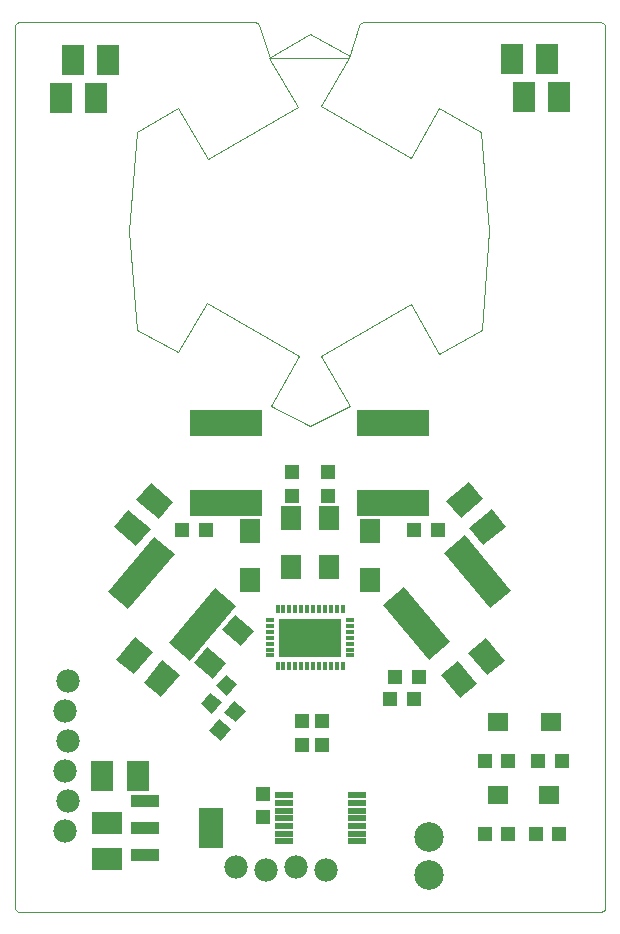
<source format=gts>
G75*
G70*
%OFA0B0*%
%FSLAX24Y24*%
%IPPOS*%
%LPD*%
%AMOC8*
5,1,8,0,0,1.08239X$1,22.5*
%
%ADD10C,0.0000*%
%ADD11R,0.2068X0.1280*%
%ADD12R,0.0316X0.0138*%
%ADD13R,0.0138X0.0316*%
%ADD14R,0.0512X0.0512*%
%ADD15R,0.0670X0.0827*%
%ADD16R,0.0512X0.0512*%
%ADD17R,0.0611X0.0197*%
%ADD18R,0.2402X0.0906*%
%ADD19R,0.0749X0.0985*%
%ADD20C,0.0004*%
%ADD21R,0.0670X0.0631*%
%ADD22C,0.0780*%
%ADD23R,0.0946X0.0414*%
%ADD24R,0.0788X0.1320*%
%ADD25R,0.0985X0.0749*%
%ADD26C,0.0985*%
D10*
X001952Y001385D02*
X001952Y030747D01*
X001954Y030769D01*
X001959Y030791D01*
X001967Y030811D01*
X001979Y030830D01*
X001994Y030847D01*
X002011Y030862D01*
X002030Y030874D01*
X002050Y030882D01*
X002072Y030887D01*
X002094Y030889D01*
X009960Y030889D01*
X009982Y030887D01*
X010004Y030882D01*
X010024Y030874D01*
X010043Y030862D01*
X010060Y030848D01*
X010074Y030831D01*
X010086Y030812D01*
X010095Y030792D01*
X010094Y030792D02*
X010456Y029708D01*
X013093Y029708D01*
X013413Y030773D01*
X013421Y030794D01*
X013432Y030814D01*
X013446Y030833D01*
X013462Y030849D01*
X013481Y030863D01*
X013501Y030873D01*
X013523Y030881D01*
X013545Y030886D01*
X013568Y030888D01*
X013568Y030889D02*
X021474Y030889D01*
X021474Y030888D02*
X021497Y030886D01*
X021520Y030881D01*
X021541Y030873D01*
X021562Y030862D01*
X021580Y030848D01*
X021596Y030832D01*
X021610Y030814D01*
X021621Y030793D01*
X021629Y030772D01*
X021634Y030749D01*
X021636Y030726D01*
X021637Y030726D02*
X021637Y001405D01*
X021636Y001405D02*
X021634Y001382D01*
X021629Y001359D01*
X021621Y001338D01*
X021610Y001317D01*
X021596Y001299D01*
X021580Y001283D01*
X021562Y001269D01*
X021541Y001258D01*
X021520Y001250D01*
X021497Y001245D01*
X021474Y001243D01*
X002094Y001243D01*
X002072Y001245D01*
X002050Y001250D01*
X002030Y001258D01*
X002011Y001270D01*
X001994Y001285D01*
X001979Y001302D01*
X001967Y001321D01*
X001959Y001341D01*
X001954Y001363D01*
X001952Y001385D01*
D11*
X011794Y010377D03*
D12*
X010456Y010377D03*
X010456Y010574D03*
X010456Y010771D03*
X010456Y010967D03*
X010456Y010180D03*
X010456Y009983D03*
X010456Y009786D03*
X013133Y009786D03*
X013133Y009983D03*
X013133Y010180D03*
X013133Y010377D03*
X013133Y010574D03*
X013133Y010771D03*
X013133Y010967D03*
D13*
X012877Y011322D03*
X012680Y011322D03*
X012483Y011322D03*
X012286Y011322D03*
X012089Y011322D03*
X011893Y011322D03*
X011696Y011322D03*
X011499Y011322D03*
X011302Y011322D03*
X011105Y011322D03*
X010908Y011322D03*
X010711Y011322D03*
X010711Y009432D03*
X010908Y009432D03*
X011105Y009432D03*
X011302Y009432D03*
X011499Y009432D03*
X011696Y009432D03*
X011893Y009432D03*
X012089Y009432D03*
X012286Y009432D03*
X012483Y009432D03*
X012680Y009432D03*
X012877Y009432D03*
D14*
X012192Y007605D03*
X011530Y007601D03*
X011530Y006814D03*
X012192Y006818D03*
X010219Y005180D03*
X010219Y004393D03*
X014462Y008320D03*
X014632Y009063D03*
X015249Y008320D03*
X015420Y009063D03*
X017621Y006282D03*
X018408Y006282D03*
X019393Y006282D03*
X020180Y006282D03*
X020101Y003841D03*
X019314Y003841D03*
X018408Y003841D03*
X017621Y003841D03*
X016046Y013960D03*
X015259Y013960D03*
X012385Y015101D03*
X012385Y015889D03*
X011203Y015888D03*
X011203Y015101D03*
X008330Y013960D03*
X007542Y013960D03*
D15*
X009785Y013920D03*
X009785Y012306D03*
G36*
X008853Y010624D02*
X009283Y011138D01*
X009915Y010608D01*
X009485Y010094D01*
X008853Y010624D01*
G37*
G36*
X007942Y009538D02*
X008372Y010052D01*
X009004Y009522D01*
X008574Y009008D01*
X007942Y009538D01*
G37*
X011165Y012739D03*
X011165Y014353D03*
X012424Y014353D03*
X012424Y012739D03*
X013802Y012306D03*
X013802Y013920D03*
D16*
G36*
X009649Y007945D02*
X009320Y007554D01*
X008929Y007883D01*
X009258Y008274D01*
X009649Y007945D01*
G37*
G36*
X008649Y008760D02*
X008978Y009151D01*
X009369Y008822D01*
X009040Y008431D01*
X008649Y008760D01*
G37*
G36*
X008143Y008157D02*
X008472Y008548D01*
X008863Y008219D01*
X008534Y007828D01*
X008143Y008157D01*
G37*
G36*
X009143Y007342D02*
X008814Y006951D01*
X008423Y007280D01*
X008752Y007671D01*
X009143Y007342D01*
G37*
D17*
X010928Y005121D03*
X010928Y004865D03*
X010928Y004609D03*
X010928Y004353D03*
X010928Y004097D03*
X010928Y003841D03*
X010928Y003586D03*
X013369Y003586D03*
X013369Y003841D03*
X013369Y004097D03*
X013369Y004353D03*
X013369Y004609D03*
X013369Y004865D03*
X013369Y005121D03*
D18*
G36*
X014910Y012065D02*
X016453Y010226D01*
X015758Y009643D01*
X014215Y011482D01*
X014910Y012065D01*
G37*
X014550Y014865D03*
X014550Y017542D03*
G36*
X016961Y013786D02*
X018504Y011947D01*
X017809Y011364D01*
X016266Y013203D01*
X016961Y013786D01*
G37*
X008999Y014866D03*
X008999Y017543D03*
G36*
X005044Y011909D02*
X006587Y013748D01*
X007282Y013165D01*
X005739Y011326D01*
X005044Y011909D01*
G37*
G36*
X007095Y010188D02*
X008638Y012027D01*
X009333Y011444D01*
X007790Y009605D01*
X007095Y010188D01*
G37*
D19*
G36*
X006875Y009628D02*
X007448Y009147D01*
X006817Y008394D01*
X006244Y008875D01*
X006875Y009628D01*
G37*
G36*
X005971Y010387D02*
X006544Y009906D01*
X005913Y009153D01*
X005340Y009634D01*
X005971Y010387D01*
G37*
G36*
X006481Y014012D02*
X006000Y013439D01*
X005247Y014070D01*
X005728Y014643D01*
X006481Y014012D01*
G37*
G36*
X007240Y014917D02*
X006759Y014344D01*
X006006Y014975D01*
X006487Y015548D01*
X007240Y014917D01*
G37*
X006046Y005771D03*
X004865Y005771D03*
G36*
X017372Y008848D02*
X016799Y008367D01*
X016168Y009120D01*
X016741Y009601D01*
X017372Y008848D01*
G37*
G36*
X018277Y009607D02*
X017704Y009126D01*
X017073Y009879D01*
X017646Y010360D01*
X018277Y009607D01*
G37*
G36*
X017847Y014656D02*
X018328Y014083D01*
X017575Y013452D01*
X017094Y014025D01*
X017847Y014656D01*
G37*
G36*
X017088Y015561D02*
X017569Y014988D01*
X016816Y014357D01*
X016335Y014930D01*
X017088Y015561D01*
G37*
X018920Y028408D03*
X018527Y029668D03*
X019708Y029668D03*
X020101Y028408D03*
X005061Y029627D03*
X004669Y028370D03*
X003880Y029627D03*
X003488Y028370D03*
D20*
X006030Y027235D02*
X005755Y023928D01*
X006030Y020621D01*
X007408Y019912D01*
X008353Y021526D01*
X011424Y019755D01*
X010479Y018101D01*
X011778Y017432D01*
X013117Y018101D01*
X012172Y019755D01*
X015164Y021487D01*
X016109Y019834D01*
X017526Y020621D01*
X017763Y023928D01*
X017487Y027235D01*
X016109Y028023D01*
X015164Y026369D01*
X012172Y028101D01*
X013117Y029755D01*
X011778Y030503D01*
X010440Y029715D01*
X011385Y028062D01*
X008393Y026330D01*
X007408Y028023D01*
X006030Y027235D01*
D21*
X018054Y007582D03*
X018054Y005141D03*
X019747Y005141D03*
X019826Y007582D03*
D22*
X012314Y002650D03*
X011314Y002750D03*
X010314Y002650D03*
X009314Y002750D03*
X003634Y003920D03*
X003734Y004920D03*
X003634Y005920D03*
X003734Y006920D03*
X003634Y007920D03*
X003734Y008920D03*
D23*
X006282Y004944D03*
X006282Y004038D03*
X006282Y003133D03*
D24*
X008487Y004038D03*
D25*
X005023Y004196D03*
X005023Y003015D03*
D26*
X015771Y002463D03*
X015771Y003723D03*
M02*

</source>
